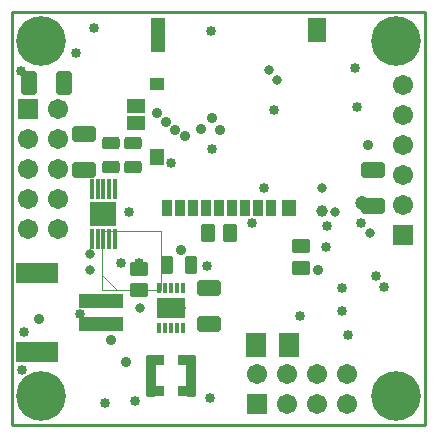
<source format=gbs>
G04 Layer_Color=16711935*
%FSLAX24Y24*%
%MOIN*%
G70*
G01*
G75*
%ADD36C,0.0100*%
%ADD42C,0.0000*%
%ADD93R,0.0631X0.0513*%
G04:AMPARAMS|DCode=95|XSize=63.1mil|YSize=47.4mil|CornerRadius=8.9mil|HoleSize=0mil|Usage=FLASHONLY|Rotation=270.000|XOffset=0mil|YOffset=0mil|HoleType=Round|Shape=RoundedRectangle|*
%AMROUNDEDRECTD95*
21,1,0.0631,0.0295,0,0,270.0*
21,1,0.0453,0.0474,0,0,270.0*
1,1,0.0178,-0.0148,-0.0226*
1,1,0.0178,-0.0148,0.0226*
1,1,0.0178,0.0148,0.0226*
1,1,0.0178,0.0148,-0.0226*
%
%ADD95ROUNDEDRECTD95*%
G04:AMPARAMS|DCode=101|XSize=63.1mil|YSize=47.4mil|CornerRadius=8.9mil|HoleSize=0mil|Usage=FLASHONLY|Rotation=0.000|XOffset=0mil|YOffset=0mil|HoleType=Round|Shape=RoundedRectangle|*
%AMROUNDEDRECTD101*
21,1,0.0631,0.0295,0,0,0.0*
21,1,0.0453,0.0474,0,0,0.0*
1,1,0.0178,0.0226,-0.0148*
1,1,0.0178,-0.0226,-0.0148*
1,1,0.0178,-0.0226,0.0148*
1,1,0.0178,0.0226,0.0148*
%
%ADD101ROUNDEDRECTD101*%
G04:AMPARAMS|DCode=102|XSize=59.2mil|YSize=39.5mil|CornerRadius=7.9mil|HoleSize=0mil|Usage=FLASHONLY|Rotation=0.000|XOffset=0mil|YOffset=0mil|HoleType=Round|Shape=RoundedRectangle|*
%AMROUNDEDRECTD102*
21,1,0.0592,0.0236,0,0,0.0*
21,1,0.0433,0.0395,0,0,0.0*
1,1,0.0159,0.0217,-0.0118*
1,1,0.0159,-0.0217,-0.0118*
1,1,0.0159,-0.0217,0.0118*
1,1,0.0159,0.0217,0.0118*
%
%ADD102ROUNDEDRECTD102*%
%ADD104C,0.1655*%
%ADD105C,0.0671*%
%ADD106R,0.0671X0.0671*%
%ADD107R,0.0671X0.0671*%
%ADD108C,0.0336*%
%ADD109C,0.0395*%
%ADD110C,0.0316*%
%ADD111C,0.0356*%
%ADD112C,0.0474*%
G04:AMPARAMS|DCode=113|XSize=40mil|YSize=35.6mil|CornerRadius=4.1mil|HoleSize=0mil|Usage=FLASHONLY|Rotation=0.000|XOffset=0mil|YOffset=0mil|HoleType=Round|Shape=RoundedRectangle|*
%AMROUNDEDRECTD113*
21,1,0.0400,0.0273,0,0,0.0*
21,1,0.0317,0.0356,0,0,0.0*
1,1,0.0083,0.0158,-0.0136*
1,1,0.0083,-0.0158,-0.0136*
1,1,0.0083,-0.0158,0.0136*
1,1,0.0083,0.0158,0.0136*
%
%ADD113ROUNDEDRECTD113*%
G04:AMPARAMS|DCode=114|XSize=137.9mil|YSize=35.6mil|CornerRadius=4.1mil|HoleSize=0mil|Usage=FLASHONLY|Rotation=270.000|XOffset=0mil|YOffset=0mil|HoleType=Round|Shape=RoundedRectangle|*
%AMROUNDEDRECTD114*
21,1,0.1379,0.0273,0,0,270.0*
21,1,0.1296,0.0356,0,0,270.0*
1,1,0.0083,-0.0136,-0.0648*
1,1,0.0083,-0.0136,0.0648*
1,1,0.0083,0.0136,0.0648*
1,1,0.0083,0.0136,-0.0648*
%
%ADD114ROUNDEDRECTD114*%
G04:AMPARAMS|DCode=115|XSize=78.9mil|YSize=53.3mil|CornerRadius=9.7mil|HoleSize=0mil|Usage=FLASHONLY|Rotation=0.000|XOffset=0mil|YOffset=0mil|HoleType=Round|Shape=RoundedRectangle|*
%AMROUNDEDRECTD115*
21,1,0.0789,0.0340,0,0,0.0*
21,1,0.0595,0.0533,0,0,0.0*
1,1,0.0193,0.0298,-0.0170*
1,1,0.0193,-0.0298,-0.0170*
1,1,0.0193,-0.0298,0.0170*
1,1,0.0193,0.0298,0.0170*
%
%ADD115ROUNDEDRECTD115*%
%ADD116R,0.0710X0.0789*%
%ADD117R,0.0474X0.0552*%
%ADD118R,0.0356X0.0552*%
%ADD119R,0.0474X0.0395*%
%ADD120R,0.0474X0.1182*%
%ADD121R,0.0592X0.0828*%
%ADD122R,0.1458X0.0474*%
%ADD123R,0.1419X0.0671*%
G04:AMPARAMS|DCode=124|XSize=78.9mil|YSize=53.3mil|CornerRadius=9.7mil|HoleSize=0mil|Usage=FLASHONLY|Rotation=270.000|XOffset=0mil|YOffset=0mil|HoleType=Round|Shape=RoundedRectangle|*
%AMROUNDEDRECTD124*
21,1,0.0789,0.0340,0,0,270.0*
21,1,0.0595,0.0533,0,0,270.0*
1,1,0.0193,-0.0170,-0.0298*
1,1,0.0193,-0.0170,0.0298*
1,1,0.0193,0.0170,0.0298*
1,1,0.0193,0.0170,-0.0298*
%
%ADD124ROUNDEDRECTD124*%
%ADD125R,0.0157X0.0374*%
%ADD126R,0.0154X0.0374*%
%ADD127R,0.0149X0.0374*%
%ADD128R,0.0965X0.0661*%
G04:AMPARAMS|DCode=129|XSize=59.2mil|YSize=39.5mil|CornerRadius=7.9mil|HoleSize=0mil|Usage=FLASHONLY|Rotation=270.000|XOffset=0mil|YOffset=0mil|HoleType=Round|Shape=RoundedRectangle|*
%AMROUNDEDRECTD129*
21,1,0.0592,0.0236,0,0,270.0*
21,1,0.0433,0.0395,0,0,270.0*
1,1,0.0159,-0.0118,-0.0217*
1,1,0.0159,-0.0118,0.0217*
1,1,0.0159,0.0118,0.0217*
1,1,0.0159,0.0118,-0.0217*
%
%ADD129ROUNDEDRECTD129*%
%ADD130R,0.0867X0.0789*%
%ADD131R,0.0178X0.0690*%
%ADD132C,0.0340*%
D36*
X29528Y36417D02*
X43307D01*
Y22638D02*
Y36417D01*
X29528Y22638D02*
Y36417D01*
Y22638D02*
X43307D01*
D42*
X32543Y27133D02*
X34513D01*
X32543D02*
Y29103D01*
X34513D01*
Y27133D02*
Y29103D01*
X32877D02*
X32997D01*
X32877D02*
X32997D01*
X33074D02*
X33194D01*
X33074D02*
X33194D01*
X33271D02*
X33391D01*
X33271D02*
X33391D01*
X33468D02*
X33588D01*
X33468D02*
X33588D01*
X33664D02*
X33784D01*
X33664D02*
X33784D01*
X33861D02*
X33981D01*
X33861D02*
X33981D01*
X34058D02*
X34178D01*
X34058D02*
X34178D01*
X34513Y28648D02*
Y28768D01*
Y28648D02*
Y28768D01*
Y28451D02*
Y28572D01*
Y28451D02*
Y28572D01*
Y28255D02*
Y28375D01*
Y28255D02*
Y28375D01*
Y28058D02*
Y28178D01*
Y28058D02*
Y28178D01*
Y27861D02*
Y27981D01*
Y27861D02*
Y27981D01*
Y27664D02*
Y27784D01*
Y27664D02*
Y27784D01*
Y27467D02*
Y27587D01*
Y27467D02*
Y27587D01*
X34058Y27133D02*
X34178D01*
X34058D02*
X34178D01*
X33861D02*
X33981D01*
X33861D02*
X33981D01*
X33664D02*
X33784D01*
X33664D02*
X33784D01*
X33468D02*
X33588D01*
X33468D02*
X33588D01*
X33271D02*
X33391D01*
X33271D02*
X33391D01*
X33074D02*
X33194D01*
X33074D02*
X33194D01*
X32877D02*
X32997D01*
X32877D02*
X32997D01*
X32543Y27467D02*
Y27587D01*
Y27467D02*
Y27587D01*
Y27664D02*
Y27784D01*
Y27664D02*
Y27784D01*
Y27861D02*
Y27981D01*
Y27861D02*
Y27981D01*
Y28058D02*
Y28178D01*
Y28058D02*
Y28178D01*
Y28255D02*
Y28375D01*
Y28255D02*
Y28375D01*
Y28451D02*
Y28572D01*
Y28451D02*
Y28572D01*
Y28648D02*
Y28768D01*
Y28648D02*
Y28768D01*
Y27633D02*
X33043Y27133D01*
D93*
X33678Y33283D02*
D03*
Y32693D02*
D03*
D95*
X36073Y29038D02*
D03*
X36782D02*
D03*
D101*
X39178Y27883D02*
D03*
Y28592D02*
D03*
X33778Y27842D02*
D03*
Y27133D02*
D03*
D102*
X32828Y32032D02*
D03*
Y31244D02*
D03*
X33578Y32032D02*
D03*
Y31244D02*
D03*
D104*
X30512Y35433D02*
D03*
X42323D02*
D03*
Y23622D02*
D03*
X30512D02*
D03*
D105*
X42558Y33978D02*
D03*
Y32978D02*
D03*
Y31978D02*
D03*
Y30978D02*
D03*
Y29978D02*
D03*
X31078Y33188D02*
D03*
X30078Y32188D02*
D03*
X31078D02*
D03*
X30078Y31188D02*
D03*
X31078D02*
D03*
X30078Y30188D02*
D03*
X31078D02*
D03*
X30078Y29188D02*
D03*
X31078D02*
D03*
X37698Y24328D02*
D03*
X38698Y23328D02*
D03*
Y24328D02*
D03*
X39698Y23328D02*
D03*
Y24328D02*
D03*
X40698Y23328D02*
D03*
Y24328D02*
D03*
D106*
X42558Y28978D02*
D03*
X30078Y33188D02*
D03*
D107*
X37698Y23328D02*
D03*
D108*
X33628Y32038D02*
D03*
X34828Y31388D02*
D03*
X31803Y26338D02*
D03*
X33628Y23438D02*
D03*
X29928Y25738D02*
D03*
X29878Y24488D02*
D03*
X29828Y34438D02*
D03*
X31678Y35038D02*
D03*
X36178Y35788D02*
D03*
X32278Y35888D02*
D03*
X40978Y34538D02*
D03*
X41028Y33238D02*
D03*
X38278Y33133D02*
D03*
X33432Y29738D02*
D03*
X33678Y33288D02*
D03*
X37928Y30538D02*
D03*
X36128Y23538D02*
D03*
X32628Y23388D02*
D03*
X36078Y29088D02*
D03*
X36028Y27938D02*
D03*
X37528Y29388D02*
D03*
X41178D02*
D03*
X36208Y31828D02*
D03*
X41668Y27618D02*
D03*
X41937Y27228D02*
D03*
X40518Y26441D02*
D03*
X40528Y27218D02*
D03*
X33178Y28038D02*
D03*
X33778D02*
D03*
X39128Y26288D02*
D03*
X40728Y25638D02*
D03*
X40028Y29288D02*
D03*
X39998Y28558D02*
D03*
D109*
X39878Y29788D02*
D03*
X36108Y27198D02*
D03*
D110*
X41478Y29038D02*
D03*
X40289Y29738D02*
D03*
X39878Y30538D02*
D03*
X38378Y34138D02*
D03*
X38092Y34463D02*
D03*
X32118Y28338D02*
D03*
Y27808D02*
D03*
X33798Y26548D02*
D03*
D111*
X30428Y26188D02*
D03*
X36198Y32888D02*
D03*
X36458Y32478D02*
D03*
X35838Y32508D02*
D03*
X34958Y32458D02*
D03*
X35285Y32282D02*
D03*
X34648Y32748D02*
D03*
X34348Y33038D02*
D03*
X39728Y27808D02*
D03*
X41398Y31988D02*
D03*
X32818Y25478D02*
D03*
X33328Y24728D02*
D03*
X33678Y32688D02*
D03*
X35158Y28478D02*
D03*
D112*
X35112Y26538D02*
D03*
X41208Y30048D02*
D03*
D113*
X34394Y23776D02*
D03*
Y24800D02*
D03*
X35261Y23776D02*
D03*
Y24800D02*
D03*
D114*
X34158Y24288D02*
D03*
X35497D02*
D03*
D115*
X41558Y29957D02*
D03*
Y31138D02*
D03*
X31928Y31147D02*
D03*
Y32328D02*
D03*
X36108Y27198D02*
D03*
Y26017D02*
D03*
D116*
X38759Y25318D02*
D03*
X37656D02*
D03*
D117*
X38760Y29867D02*
D03*
X34370Y31560D02*
D03*
D118*
X37283Y29867D02*
D03*
X38150D02*
D03*
X37717Y29871D02*
D03*
X36417Y29867D02*
D03*
X36850Y29863D02*
D03*
X35551Y29867D02*
D03*
X35984Y29863D02*
D03*
X35118D02*
D03*
X34685Y29867D02*
D03*
D119*
X34370Y34001D02*
D03*
D120*
X34406Y35635D02*
D03*
D121*
X39685Y35812D02*
D03*
D122*
X32490Y26781D02*
D03*
Y25994D02*
D03*
D123*
X30350Y27707D02*
D03*
Y25069D02*
D03*
D124*
X30087Y34038D02*
D03*
X31268D02*
D03*
D125*
X35222Y25865D02*
D03*
X34434D02*
D03*
Y27203D02*
D03*
X34631D02*
D03*
D126*
X35025Y25865D02*
D03*
X34828D02*
D03*
X34631D02*
D03*
D127*
X34828Y27203D02*
D03*
X35025D02*
D03*
X35222D02*
D03*
D128*
X34828Y26534D02*
D03*
D129*
X35481Y27968D02*
D03*
X34694D02*
D03*
D130*
X32578Y29668D02*
D03*
D131*
X32971Y28841D02*
D03*
X32774D02*
D03*
X32578D02*
D03*
X32381D02*
D03*
X32184D02*
D03*
X32971Y30495D02*
D03*
X32774D02*
D03*
X32578D02*
D03*
X32381D02*
D03*
X32184D02*
D03*
D132*
X32814Y29668D02*
D03*
X32341D02*
D03*
M02*

</source>
